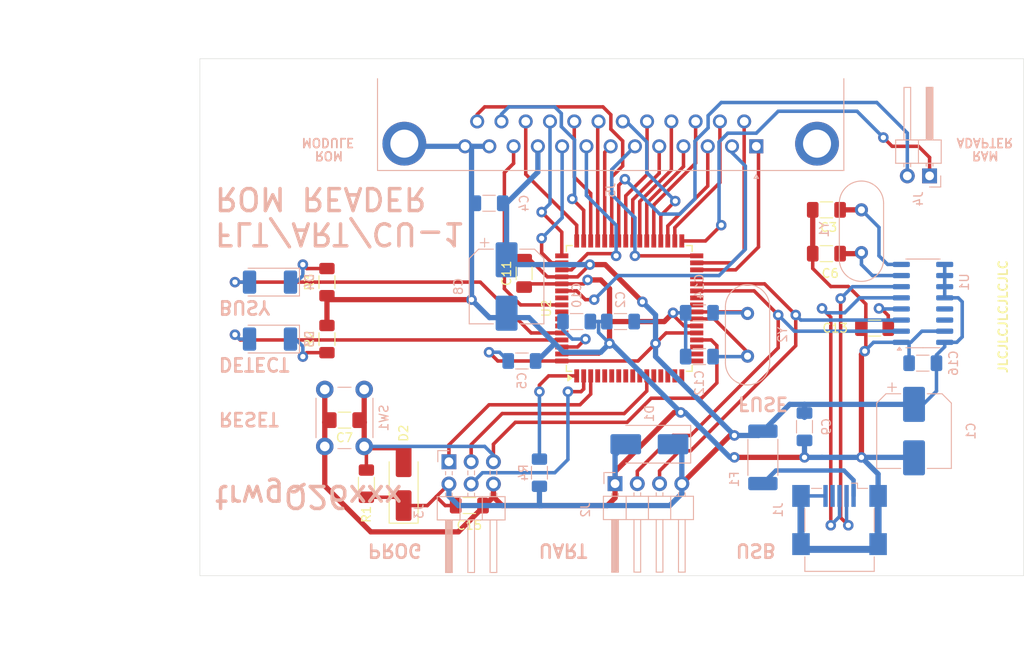
<source format=kicad_pcb>
(kicad_pcb (version 20240108) (generator "pcbnew") (generator_version "8.0")
  (layers (0 "F.Cu" signal) (31 "B.Cu" signal) (34 "B.Paste" user) (35 "F.Paste" user) (36 "B.SilkS" user "B.Silkscreen") (37 "F.SilkS" user "F.Silkscreen") (38 "B.Mask" user) (39 "F.Mask" user) (44 "Edge.Cuts" user))
  (net 0 "")
  (net 1 "Net-(U1-XO)")
  (net 2 "GND")
  (net 3 "CPU_RST")
  (net 4 "Net-(U1-XI)")
  (net 5 "+5V")
  (net 6 "AREF")
  (net 7 "Net-(U1-V3)")
  (net 8 "Net-(U2-XTAL2)")
  (net 9 "Net-(U2-XTAL1)")
  (net 10 "AS")
  (net 11 "/D4")
  (net 12 "/A9")
  (net 13 "/A11")
  (net 14 "/D3")
  (net 15 "/D0")
  (net 16 "/D1")
  (net 17 "/D7")
  (net 18 "/A10")
  (net 19 "#ROM_DET")
  (net 20 "/D5")
  (net 21 "/A14")
  (net 22 "#RD")
  (net 23 "B")
  (net 24 "/D6")
  (net 25 "/A13")
  (net 26 "/D2")
  (net 27 "B+C")
  (net 28 "/A8")
  (net 29 "#A")
  (net 30 "/A12")
  (net 31 "Net-(D4-A)")
  (net 32 "Net-(U2-~{PEN})")
  (net 33 "Net-(D3-K)")
  (net 34 "TXD")
  (net 35 "RXD")
  (net 39 "MISO")
  (net 46 "Net-(J1-VBUS)")
  (net 49 "Net-(D3-A)")
  (net 50 "MOSI")
  (net 55 "Net-(J1-D+)")
  (net 59 "Net-(D4-K)")
  (net 62 "SCK")
  (net 67 "Net-(J1-D-)")
  (net 69 "A15_RAM_ADAPTER")
  (net 70 "#WR")
  (net 71 "/A15")
  (footprint "Capacitor_SMD:C_1206_3216Metric_Pad1.33x1.80mm_HandSolder" (layer "F.Cu") (at 163.5 77.75 180)
    (property "Reference" "C3")
    (property "Value" "22p")
  )
  (footprint "Capacitor_SMD:C_1206_3216Metric_Pad1.33x1.80mm_HandSolder" (layer "F.Cu") (at 108.5 101.75 180)
    (property "Reference" "C7")
    (property "Value" "100n")
  )
  (footprint "MountingHole:MountingHole_3.2mm_M3_DIN965" (layer "F.Cu") (at 183 63.5)
    (property "Reference" "H3" (hide yes))
    (property "Value" "MH")
  )
  (footprint "MountingHole:MountingHole_3.2mm_M3_DIN965" (layer "F.Cu") (at 183 116.5)
    (property "Reference" "H2" (hide yes))
    (property "Value" "MH")
  )
  (footprint "Capacitor_SMD:C_1206_3216Metric_Pad1.33x1.80mm_HandSolder" (layer "F.Cu") (at 129 85 -90)
    (property "Reference" "C11")
    (property "Value" "100n")
  )
  (footprint "Diode_SMD:D_SMA_Handsoldering" (layer "F.Cu") (at 115.25 109 90)
    (property "Reference" "D2")
    (property "Value" "4148")
  )
  (footprint "MountingHole:MountingHole_3.2mm_M3_DIN965" (layer "F.Cu") (at 95 63.5)
    (property "Reference" "H1" (hide yes))
    (property "Value" "MH")
  )
  (footprint "Capacitor_SMD:C_1206_3216Metric_Pad1.33x1.80mm_HandSolder" (layer "F.Cu") (at 169 91.25 180)
    (property "Reference" "C13")
    (property "Value" "100n")
  )
  (footprint "Capacitor_SMD:C_1206_3216Metric_Pad1.33x1.80mm_HandSolder" (layer "F.Cu") (at 122.75 111.5)
    (property "Reference" "C15")
    (property "Value" "100n")
  )
  (footprint "Resistor_SMD:R_1206_3216Metric_Pad1.30x1.75mm_HandSolder" (layer "F.Cu") (at 106.5 86 90)
    (property "Reference" "R3")
    (property "Value" "1k5")
  )
  (footprint "Package_QFP:TQFP-64_14x14mm_P0.8mm" (layer "F.Cu") (at 141 89 90)
    (property "Reference" "U2")
    (property "Value" "ATmega128A-A")
  )
  (footprint "Resistor_SMD:R_1206_3216Metric_Pad1.30x1.75mm_HandSolder" (layer "F.Cu") (at 106.5 92.5 -90)
    (property "Reference" "R2")
    (property "Value" "1k5")
  )
  (footprint "Capacitor_SMD:C_1206_3216Metric_Pad1.33x1.80mm_HandSolder" (layer "F.Cu") (at 163.5 82.75 180)
    (property "Reference" "C6")
    (property "Value" "22p")
  )
  (footprint "Resistor_SMD:R_1206_3216Metric_Pad1.30x1.75mm_HandSolder" (layer "F.Cu") (at 111 109 -90)
    (property "Reference" "R1")
    (property "Value" "10k")
  )
  (footprint "MountingHole:MountingHole_3.2mm_M3_DIN965" (layer "F.Cu") (at 95 116.5)
    (property "Reference" "H4" (hide yes))
    (property "Value" "MH")
  )
  (footprint "LED_SMD:LED_2010_5025Metric_Pad1.52x2.65mm_HandSolder" (layer "B.Cu") (at 100 86 180)
    (property "Reference" "D4")
    (property "Value" "BUSY")
  )
  (footprint "Fuse:Fuse_2512_6332Metric_Pad1.52x3.35mm_HandSolder" (layer "B.Cu") (at 156.25 106 90)
    (property "Reference" "F1")
    (property "Value" "0.5A")
  )
  (footprint "Package_SO:SOIC-16_3.9x9.9mm_P1.27mm" (layer "B.Cu") (at 174.525 88.425)
    (property "Reference" "U1")
    (property "Value" "CH340G")
  )
  (footprint "Capacitor_SMD:C_1206_3216Metric_Pad1.33x1.80mm_HandSolder" (layer "B.Cu") (at 135 90.5)
    (property "Reference" "C10")
    (property "Value" "100n")
  )
  (footprint "Crystal:Crystal_HC49-4H_Vertical" (layer "B.Cu") (at 154.5 94.45 90)
    (property "Reference" "Y2")
    (property "Value" "7.3782MHz")
  )
  (footprint "Connector_Dsub:DSUB-25_Female_Horizontal_P2.77x2.84mm_EdgePinOffset4.94mm_Housed_MountingHolesOffset7.48mm" (layer "B.Cu") (at 155.5 70.5)
    (property "Reference" "J5")
    (property "Value" "ROM MODULE")
  )
  (footprint "Crystal:Crystal_HC49-4H_Vertical" (layer "B.Cu") (at 167.5 77.75 -90)
    (property "Reference" "Y1")
    (property "Value" "12MHz")
  )
  (footprint "Capacitor_SMD:CP_Elec_8x5.4" (layer "B.Cu") (at 127 86.5 -90)
    (property "Reference" "C8")
    (property "Value" "100u")
  )
  (footprint "Capacitor_SMD:C_1206_3216Metric_Pad1.33x1.80mm_HandSolder" (layer "B.Cu") (at 125 77 180)
    (property "Reference" "C4")
    (property "Value" "100n")
  )
  (footprint "Button_Switch_THT:SW_PUSH_6mm" (layer "B.Cu") (at 106.25 98.25 -90)
    (property "Reference" "SW1")
    (property "Value" "RST")
  )
  (footprint "Capacitor_SMD:C_1206_3216Metric_Pad1.33x1.80mm_HandSolder" (layer "B.Cu") (at 149 94.5 180)
    (property "Reference" "C12")
    (property "Value" "22p")
  )
  (footprint "Resistor_SMD:R_1206_3216Metric_Pad1.30x1.75mm_HandSolder" (layer "B.Cu") (at 130.75 107.75 -90)
    (property "Reference" "R4")
    (property "Value" "10k")
  )
  (footprint "Capacitor_SMD:C_1206_3216Metric_Pad1.33x1.80mm_HandSolder" (layer "B.Cu") (at 174.5 95.25 180)
    (property "Reference" "C16")
    (property "Value" "100n")
  )
  (footprint "Connector_USB:USB_Mini-B_Wuerth_65100516121_Horizontal" (layer "B.Cu") (at 165 113 180)
    (property "Reference" "J1")
    (property "Value" "USB_B_Mini")
  )
  (footprint "Capacitor_SMD:C_1206_3216Metric_Pad1.33x1.80mm_HandSolder" (layer "B.Cu") (at 149 89.5 180)
    (property "Reference" "C14")
    (property "Value" "22p")
  )
  (footprint "Capacitor_SMD:CP_Elec_8x5.4" (layer "B.Cu") (at 173.5 103 -90)
    (property "Reference" "C1")
    (property "Value" "100u")
  )
  (footprint "Capacitor_SMD:C_1206_3216Metric_Pad1.33x1.80mm_HandSolder" (layer "B.Cu") (at 161 102.5 -90)
    (property "Reference" "C9")
    (property "Value" "100n")
  )
  (footprint "Connector_PinHeader_2.54mm:PinHeader_1x04_P2.54mm_Horizontal" (layer "B.Cu") (at 139.38 109 -90)
    (property "Reference" "J2")
    (property "Value" "TTL_UART")
  )
  (footprint "Connector_PinHeader_2.54mm:PinHeader_2x03_P2.54mm_Horizontal" (layer "B.Cu") (at 120.42 106.5 -90)
    (property "Reference" "J3")
    (property "Value" "ISP")
  )
  (footprint "Capacitor_SMD:C_1206_3216Metric_Pad1.33x1.80mm_HandSolder" (layer "B.Cu") (at 128.75 95)
    (property "Reference" "C5")
    (property "Value" "100n")
  )
  (footprint "LED_SMD:LED_2010_5025Metric_Pad1.52x2.65mm_HandSolder" (layer "B.Cu") (at 100 92.5 180)
    (property "Reference" "D3")
    (property "Value" "DETECT")
  )
  (footprint "Connector_PinHeader_2.54mm:PinHeader_1x02_P2.54mm_Horizontal" (layer "B.Cu") (at 175.275 73.875 90)
    (property "Reference" "J4")
    (property "Value" "RAM ADAPTER EXT")
  )
  (footprint "Capacitor_SMD:C_1206_3216Metric_Pad1.33x1.80mm_HandSolder" (layer "B.Cu") (at 140 90.5 180)
    (property "Reference" "C2")
    (property "Value" "100n")
  )
  (footprint "Diode_SMD:D_SMB_Handsoldering" (layer "B.Cu") (at 143.3 104.5 180)
    (property "Reference" "D1")
    (property "Value" "Schottky")
  )
  (gr_line (start 92 119.5) (end 186 119.5) (stroke (width 0.05)) (layer "Edge.Cuts"))
  (gr_line (start 92 60.5) (end 92 119.5) (stroke (width 0.05)) (layer "Edge.Cuts"))
  (gr_line (start 186 60.5) (end 92 60.5) (stroke (width 0.05)) (layer "Edge.Cuts"))
  (gr_line (start 186 119.5) (end 186 60.5) (stroke (width 0.05)) (layer "Edge.Cuts"))
  (gr_text "trwgQ26xxx" (at 93.5 109 180) (layer "B.SilkS") (effects (font (size 2.5 2.5) (thickness 0.4)) (justify left bottom mirror)))
  (gr_text "PROG" (at 111 115.75 -180) (layer "B.SilkS") (effects (font (size 1.5 1.5) (thickness 0.3) (bold yes)) (justify left bottom mirror)))
  (gr_text "RESET" (at 94 100.75 -180) (layer "B.SilkS") (effects (font (size 1.5 1.5) (thickness 0.3) (bold yes)) (justify left bottom mirror)))
  (gr_text "DETECT" (at 94 94.5 -180) (layer "B.SilkS") (effects (font (size 1.5 1.5) (thickness 0.3) (bold yes)) (justify left bottom mirror)))
  (gr_text "ROM" (at 105 71 180) (layer "B.SilkS") (effects (font (size 1 1) (thickness 0.2) (bold yes)) (justify left bottom mirror)))
  (gr_text "UART" (at 130.5 115.75 -180) (layer "B.SilkS") (effects (font (size 1.5 1.5) (thickness 0.3) (bold yes)) (justify left bottom mirror)))
  (gr_text "FUSE" (at 153.25 99 180) (layer "B.SilkS") (effects (font (size 1.5 1.5) (thickness 0.3) (bold yes)) (justify left bottom mirror)))
  (gr_text "MODULE" (at 103.5 69.5 180) (layer "B.SilkS") (effects (font (size 1 1) (thickness 0.2) (bold yes)) (justify left bottom mirror)))
  (gr_text "USB" (at 153 115.75 -180) (layer "B.SilkS") (effects (font (size 1.5 1.5) (thickness 0.3) (bold yes)) (justify left bottom mirror)))
  (gr_text "BUSY" (at 94 88 -180) (layer "B.SilkS") (effects (font (size 1.5 1.5) (thickness 0.3) (bold yes)) (justify left bottom mirror)))
  (gr_text "FLT/ART/CU-1\nROM READER" (at 93.5 75 180) (layer "B.SilkS") (effects (font (size 2.5 2.5) (thickness 0.4)) (justify left bottom mirror)))
  (gr_text "ADAPTER" (at 178.25 69.5 180) (layer "B.SilkS") (effects (font (size 1 1) (thickness 0.2) (bold yes)) (justify left bottom mirror)))
  (gr_text "RAM" (at 180 71 180) (layer "B.SilkS") (effects (font (size 1 1) (thickness 0.2) (bold yes)) (justify left bottom mirror)))
  (gr_text "JLCJLCJLCJLCJLC" (at 184.25 96.5 90) (layer "F.SilkS") (effects (font (size 1 1) (thickness 0.2) (bold yes)) (justify left bottom)))
  (segment (start 165.0625 77.75) (end 167.5 77.75) (width 0.6) (layer "F.Cu") (net 1))
  (segment (start 169.5 79.75) (end 167.5 77.75) (width 0.4) (layer "B.Cu") (net 1))
  (segment (start 172.05 83.98) (end 170.48 83.98) (width 0.4) (layer "B.Cu") (net 1))
  (segment (start 170.48 83.98) (end 169.5 83) (width 0.4) (layer "B.Cu") (net 1))
  (segment (start 169.5 83) (end 169.5 79.75) (width 0.4) (layer "B.Cu") (net 1))
  (segment (start 138.5 111.5) (end 126.5 111.5) (width 0.6) (layer "F.Cu") (net 2))
  (segment (start 106.55 88) (end 106.5 87.95) (width 0.6) (layer "F.Cu") (net 2))
  (segment (start 145 90.5) (end 138.75 90.5) (width 0.6) (layer "F.Cu") (net 2))
  (segment (start 138.75 86.75) (end 138.75 90.5) (width 0.6) (layer "F.Cu") (net 2))
  (segment (start 167.875 93.875) (end 167.5 94.25) (width 0.6) (layer "F.Cu") (net 2))
  (segment (start 168 91.25) (end 168 88.5) (width 0.4) (layer "F.Cu") (net 2))
  (segment (start 146 89.5) (end 145 90.5) (width 0.6) (layer "F.Cu") (net 2))
  (segment (start 146 89.75) (end 146 89.5) (width 0.4) (layer "F.Cu") (net 2))
  (segment (start 147.25 91) (end 146 89.75) (width 0.4) (layer "F.Cu") (net 2))
  (segment (start 123 88) (end 106.55 88) (width 0.6) (layer "F.Cu") (net 2))
  (segment (start 111.5 114.5) (end 121.5 114.5) (width 0.6) (layer "F.Cu") (net 2))
  (segment (start 106.5 87.95) (end 106.5 87.55) (width 0.6) (layer "F.Cu") (net 2))
  (segment (start 164 86.5) (end 161.9375 84.4375) (width 0.4) (layer "F.Cu") (net 2))
  (segment (start 126.5 111.5) (end 125.5 110.5) (width 0.6) (layer "F.Cu") (net 2))
  (segment (start 106.5 87.55) (end 106.5 90.95) (width 0.6) (layer "F.Cu") (net 2))
  (segment (start 106.25 104.75) (end 106.25 109.25) (width 0.6) (layer "F.Cu") (net 2))
  (segment (start 121.5 114.5) (end 125.5 110.5) (width 0.6) (layer "F.Cu") (net 2))
  (segment (start 148.7 91) (end 147.25 91) (width 0.4) (layer "F.Cu") (net 2))
  (segment (start 106.25 102) (end 106.25 104.75) (width 0.6) (layer "F.Cu") (net 2))
  (segment (start 106.25 109.25) (end 111.5 114.5) (width 0.6) (layer "F.Cu") (net 2))
  (segment (start 138.75 93) (end 138.75 90.5) (width 0.6) (layer "F.Cu") (net 2))
  (segment (start 161.9375 84.4375) (end 161.9375 82.75) (width 0.4) (layer "F.Cu") (net 2))
  (segment (start 136.25 85.75) (end 135.8 86.2) (width 0.4) (layer "F.Cu") (net 2))
  (segment (start 135.8 86.2) (end 133.3 86.2) (width 0.4) (layer "F.Cu") (net 2))
  (segment (start 168 93.75) (end 168 90) (width 0.4) (layer "F.Cu") (net 2))
  (segment (start 153 106) (end 161 106) (width 0.6) (layer "F.Cu") (net 2))
  (segment (start 129.3625 86.2) (end 129 86.5625) (width 0.4) (layer "F.Cu") (net 2))
  (segment (start 166 86.5) (end 164 86.5) (width 0.4) (layer "F.Cu") (net 2))
  (segment (start 168 88.5) (end 166 86.5) (width 0.4) (layer "F.Cu") (net 2))
  (segment (start 137.75 85.75) (end 138.75 86.75) (width 0.6) (layer "F.Cu") (net 2))
  (segment (start 139.38 110.62) (end 138.5 111.5) (width 0.6) (layer "F.Cu") (net 2))
  (segment (start 106.25 98.25) (end 106.25 102) (width 0.6) (layer "F.Cu") (net 2))
  (segment (start 139.38 109) (end 139.38 110.62) (width 0.6) (layer "F.Cu") (net 2))
  (segment (start 136.25 85.75) (end 137.75 85.75) (width 0.6) (layer "F.Cu") (net 2))
  (segment (start 167.4375 91.25) (end 168 91.25) (width 0.4) (layer "F.Cu") (net 2))
  (segment (start 138.75 93) (end 137.55 94.2) (width 0.4) (layer "F.Cu") (net 2))
  (segment (start 167.875 93.875) (end 168 93.75) (width 0.4) (layer "F.Cu") (net 2))
  (segment (start 146.875 100.875) (end 146.125 100.875) (width 0.6) (layer "F.Cu") (net 2))
  (segment (start 125.5 110.5) (end 125.5 109.04) (width 0.6) (layer "F.Cu") (net 2))
  (segment (start 106.9375 101.75) (end 106.5 101.75) (width 0.6) (layer "F.Cu") (net 2))
  (segment (start 106.5 101.75) (end 106.25 102) (width 0.6) (layer "F.Cu") (net 2))
  (segment (start 133.3 86.2) (end 129.3625 86.2) (width 0.4) (layer "F.Cu") (net 2))
  (segment (start 161.9375 82.75) (end 161.9375 77.75) (width 0.6) (layer "F.Cu") (net 2))
  (segment (start 137.55 94.2) (end 133.3 94.2) (width 0.4) (layer "F.Cu") (net 2))
  (segment (start 167.5 94.25) (end 167.5 106) (width 0.6) (layer "F.Cu") (net 2))
  (segment (start 139.38 107.62) (end 139.38 109) (width 0.6) (layer "F.Cu") (net 2))
  (segment (start 146.125 100.875) (end 139.38 107.62) (width 0.6) (layer "F.Cu") (net 2))
  (via (at 161 106) (size 1.2) (drill 0.6) (layers "F.Cu" "B.Cu") (net 2))
  (via (at 136.25 85.75) (size 1.2) (drill 0.6) (layers "F.Cu" "B.Cu") (net 2))
  (via (at 138.75 93) (size 1.2) (drill 0.6) (layers "F.Cu" "B.Cu") (net 2))
  (via (at 146.875 100.875) (size 1.2) (drill 0.6) (layers "F.Cu" "B.Cu") (net 2))
  (via (at 146 89.5) (size 1.2) (drill 0.6) (layers "F.Cu" "B.Cu") (net 2))
  (via (at 167.875 93.875) (size 1.2) (drill 0.6) (layers "F.Cu" "B.Cu") (net 2))
  (via (at 123 88) (size 1.2) (drill 0.6) (layers "F.Cu" "B.Cu") (net 2))
  (via (at 167.5 106) (size 1.2) (drill 0.6) (layers "F.Cu" "B.Cu") (net 2))
  (via (at 153 106) (size 1.2) (drill 0.6) (layers "F.Cu" "B.Cu") (net 2))
  (segment (start 125.03 70.5) (end 122.26 70.5) (width 0.6) (layer "B.Cu") (net 2))
  (segment (start 138.75 93) (end 137.75 94) (width 0.6) (layer "B.Cu") (net 2))
  (segment (start 130.3125 95) (end 130.5 95) (width 0.6) (layer "B.Cu") (net 2))
  (segment (start 168.8 116.5) (end 169.4 115.9) (width 0.8) (layer "B.Cu") (net 2))
  (segment (start 122.26 70.5) (end 115.63 70.5) (width 0.6) (layer "B.Cu") (net 2))
  (segment (start 146.875 100.875) (end 147.375 100.875) (width 0.6) (layer "B.Cu") (net 2))
  (segment (start 169.4 115.9) (end 169.4 110.4) (width 0.8) (layer "B.Cu") (net 2))
  (segment (start 163.4 110.4) (end 160.6 110.4) (width 0.4) (layer "B.Cu") (net 2))
  (segment (start 123 70.5) (end 122.26 70.5) (width 0.6) (layer "B.Cu") (net 2))
  (segment (start 163 106) (end 167.5 106) (width 0.6) (layer "B.Cu") (net 2))
  (segment (start 125.03 70.5) (end 124.6875 70.8425) (width 0.6) (layer "B.Cu") (net 2))
  (segment (start 147.4375 89.5) (end 147.4375 94.5) (width 0.4) (layer "B.Cu") (net 2))
  (segment (start 172.9375 95.25) (end 172.9375 92.957499) (width 0.4) (layer "B.Cu") (net 2))
  (segment (start 136.25 85.75) (end 136.5 85.5) (width 0.4) (layer "B.Cu") (net 2))
  (segment (start 137.75 94) (end 133.5 94) (width 0.6) (layer "B.Cu") (net 2))
  (segment (start 139 93) (end 138.75 93) (width 0.6) (layer "B.Cu") (net 2))
  (segment (start 125.05 90.05) (end 123 88) (width 0.6) (layer "B.Cu") (net 2))
  (segment (start 133.5 94) (end 129.55 90.05) (width 0.6) (layer "B.Cu") (net 2))
  (segment (start 139.38 109) (end 139.38 105.72) (width 0.6) (layer "B.Cu") (net 2))
  (segment (start 161.2 116.5) (end 168.8 116.5) (width 0.8) (layer "B.Cu") (net 2))
  (segment (start 168.88 92.87) (end 172.05 92.87) (width 0.4) (layer "B.Cu") (net 2))
  (segment (start 161 104.5625) (end 161 106) (width 0.6) (layer "B.Cu") (net 2))
  (segment (start 160.6 115.9) (end 161.2 116.5) (width 0.8) (layer "B.Cu") (net 2))
  (segment (start 130.5 95) (end 132.5 93) (width 0.6) (layer "B.Cu") (net 2))
  (segment (start 169.4 110.4) (end 169.4 107.9) (width 0.6) (layer "B.Cu") (net 2))
  (segment (start 172.9375 92.957499) (end 173.024999 92.87) (width 0.4) (layer "B.Cu") (net 2))
  (segment (start 138.75 93) (end 137.5 91.75) (width 0.4) (layer "B.Cu") (net 2))
  (segment (start 138.4375 90.5) (end 137.5 90.5) (width 0.4) (layer "B.Cu") (net 2))
  (segment (start 174.4 91.6) (end 177 91.6) (width 0.4) (layer "B.Cu") (net 2))
  (segment (start 139.38 105.72) (end 140.6 104.5) (width 0.6) (layer "B.Cu") (net 2))
  (segment (start 147.375 100.875) (end 152.5 106) (width 0.6) (layer "B.Cu") (net 2))
  (segment (start 146.875 100.875) (end 139 93) (width 0.6) (layer "B.Cu") (net 2))
  (segment (start 123 88) (end 123 70.5) (width 0.6) (layer "B.Cu") (net 2))
  (segment (start 172.05 92.87) (end 173.024999 92.87) (width 0.4) (layer "B.Cu") (net 2))
  (segment (start 169.4 107.9) (end 167.5 106) (width 0.6) (layer "B.Cu") (net 2))
  (segment (start 167.875 93.875) (end 168.88 92.87) (width 0.4) (layer "B.Cu") (net 2))
  (segment (start 173.45 106) (end 167.5 106) (width 0.6) (layer "B.Cu") (net 2))
  (segment (start 115.63 70.5) (end 115.33 70.2) (width 0.6) (layer "B.Cu") (net 2))
  (segment (start 173.5 106.05) (end 173.45 106) (width 0.6) (layer "B.Cu") (net 2))
  (segment (start 160.6 115.9) (end 160.6 110.4) (width 0.8) (layer "B.Cu") (net 2))
  (segment (start 137.5 91.75) (end 137.5 90.5) (width 0.4) (layer "B.Cu") (net 2))
  (segment (start 129.55 90.05) (end 125.05 90.05) (width 0.6) (layer "B.Cu") (net 2))
  (segment (start 173.13 92.87) (end 174.4 91.6) (width 0.4) (layer "B.Cu") (net 2))
  (segment (start 173.024999 92.87) (end 173.13 92.87) (width 0.4) (layer "B.Cu") (net 2))
  (segment (start 137.5 90.5) (end 136.5625 90.5) (width 0.4) (layer "B.Cu") (net 2))
  (segment (start 147.4375 89.5) (end 146 89.5) (width 0.4) (layer "B.Cu") (net 2))
  (segment (start 161 106) (end 163 106) (width 0.6) (layer "B.Cu") (net 2))
  (segment (start 115.25 106.5) (end 115.25 105) (width 0.4) (layer "F.Cu") (net 3))
  (segment (start 110.75 104.75) (end 110.75 105.25) (width 0.4) (layer "F.Cu") (net 3))
  (segment (start 110.0625 101.75) (end 110.5 101.75) (width 0.6) (layer "F.Cu") (net 3))
  (segment (start 128 102) (end 125.5 104.5) (width 0.4) (layer "F.Cu") (net 3))
  (segment (start 143.5 99.25) (end 140.75 102) (width 0.4) (layer "F.Cu") (net 3))
  (segment (start 110.75 105.25) (end 111 105.5) (width 0.4) (layer "F.Cu") (net 3))
  (segment (start 125.5 104.5) (end 125.5 106.5) (width 0.4) (layer "F.Cu") (net 3))
  (segment (start 140.75 102) (end 128 102) (width 0.4) (layer "F.Cu") (net 3))
  (segment (start 151 97.5) (end 149.25 99.25) (width 0.4) (layer "F.Cu") (net 3))
  (segment (start 111.5 105) (end 111 105.5) (width 0.4) (layer "F.Cu") (net 3))
  (segment (start 110.5 101.75) (end 110.75 102) (width 0.6) (layer "F.Cu") (net 3))
  (segment (start 149.25 99.25) (end 143.5 99.25) (width 0.4) (layer "F.Cu") (net 3))
  (segment (start 110.75 98.25) (end 110.75 102) (width 0.6) (layer "F.Cu") (net 3))
  (segment (start 150.35 92.6) (end 151 93.25) (width 0.4) (layer "F.Cu") (net 3))
  (segment (start 111 105.5) (end 111 107.45) (width 0.4) (layer "F.Cu") (net 3))
  (segment (start 110.75 102) (end 110.75 104.75) (width 0.6) (layer "F.Cu") (net 3))
  (segment (start 115.25 105) (end 111.5 105) (width 0.4) (layer "F.Cu") (net 3))
  (segment (start 148.7 92.6) (end 150.35 92.6) (width 0.4) (layer "F.Cu") (net 3))
  (segment (start 151 93.25) (end 151 97.5) (width 0.4) (layer "F.Cu") (net 3))
  (segment (start 124.5 104.75) (end 110.75 104.75) (width 0.4) (layer "B.Cu") (net 3))
  (segment (start 125.5 106.5) (end 125.5 105.75) (width 0.4) (layer "B.Cu") (net 3))
  (segment (start 125.5 105.75) (end 124.5 104.75) (width 0.4) (layer "B.Cu") (net 3))
  (segment (start 165.0625 82.75) (end 167.38 82.75) (width 0.6) (layer "F.Cu") (net 4))
  (segment (start 167.38 82.75) (end 167.5 82.63) (width 0.6) (layer "F.Cu") (net 4))
  (segment (start 167.5 84) (end 167.5 82.63) (width 0.4) (layer "B.Cu") (net 4))
  (segment (start 168.75 85.25) (end 167.5 84) (width 0.4) (layer "B.Cu") (net 4))
  (segment (start 172.05 85.25) (end 168.75 85.25) (width 0.4) (layer "B.Cu") (net 4))
  (segment (start 142.5 88.25) (end 138.25 84) (width 0.6) (layer "F.Cu") (net 5))
  (segment (start 111 110.55) (end 114.3 110.55) (width 0.4) (layer "F.Cu") (net 5))
  (segment (start 118.98 110.48) (end 120.42 109.04) (width 0.4) (layer "F.Cu") (net 5))
  (segment (start 136.5 84) (end 135.1 85.4) (width 0.4) (layer "F.Cu") (net 5))
  (segment (start 121.1875 111.5) (end 120 111.5) (width 0.4) (layer "F.Cu") (net 5))
  (segment (start 120 111.5) (end 118.98 110.48) (width 0.4) (layer "F.Cu") (net 5))
  (segment (start 153 103.5) (end 152.5 103.5) (width 0.6) (layer "F.Cu") (net 5))
  (segment (start 152.5 103.5) (end 147 109) (width 0.6) (layer "F.Cu") (net 5))
  (segment (start 117.96 111.5) (end 118.98 110.48) (width 0.4) (layer "F.Cu") (net 5))
  (segment (start 133.3 85.4) (end 131.65 85.4) (width 0.4) (layer "F.Cu") (net 5))
  (segment (start 129.6875 83.4375) (end 129 83.4375) (width 0.4) (layer "F.Cu") (net 5))
  (segment (start 138.25 84) (end 136.5 84) (width 0.6) (layer "F.Cu") (net 5))
  (segment (start 131.65 85.4) (end 129.6875 83.4375) (width 0.4) (layer "F.Cu") (net 5))
  (segment (start 144 93) (end 145.2 91.8) (width 0.4) (layer "F.Cu") (net 5))
  (segment (start 114.3 110.55) (end 115.25 111.5) (width 0.4) (layer "F.Cu") (net 5))
  (segment (start 145.2 91.8) (end 148.7 91.8) (width 0.4) (layer "F.Cu") (net 5))
  (segment (start 142 95) (end 144 93) (width 0.4) (layer "F.Cu") (net 5))
  (segment (start 126 95) (end 133.3 95) (width 0.4) (layer "F.Cu") (net 5))
  (segment (start 135.1 85.4) (end 133.3 85.4) (width 0.4) (layer "F.Cu") (net 5))
  (segment (start 125 94) (end 126 95) (width 0.4) (layer "F.Cu") (net 5))
  (segment (start 115.25 111.5) (end 117.96 111.5) (width 0.4) (layer "F.Cu") (net 5))
  (segment (start 133.3 95) (end 142 95) (width 0.4) (layer "F.Cu") (net 5))
  (via (at 153 103.5) (size 1.2) (drill 0.6) (layers "F.Cu" "B.Cu") (net 5))
  (via (at 142.5 88.25) (size 1.2) (drill 0.6) (layers "F.Cu" "B.Cu") (net 5))
  (via (at 144 93) (size 1.2) (drill 0.6) (layers "F.Cu" "B.Cu") (net 5))
  (via (at 125 94) (size 1.2) (drill 0.6) (layers "F.Cu" "B.Cu") (net 5))
  (via (at 136.5 84) (size 1.2) (drill 0.6) (layers "F.Cu" "B.Cu") (net 5))
  (segment (start 125 94) (end 126.1875 94) (width 0.4) (layer "B.Cu") (net 5))
  (segment (start 136.5 84) (end 127 84) (width 0.6) (layer "B.Cu") (net 5))
  (segment (start 173.5 99.95) (end 161 99.95) (width 0.6) (layer "B.Cu") (net 5))
  (segment (start 147 109) (end 147 105.5) (width 0.6) (layer "B.Cu") (net 5))
  (segment (start 159.3125 99.95) (end 161 99.95) (width 0.6) (layer "B.Cu") (net 5))
  (segment (start 127 84) (end 127 77) (width 0.6) (layer "B.Cu") (net 5))
  (segment (start 147 105.5) (end 146 104.5) (width 0.6) (layer "B.Cu") (net 5))
  (segment (start 173.45 100) (end 173.5 99.95) (width 0.6) (layer "B.Cu") (net 5))
  (segment (start 130.75 109.3) (end 130.75 111.5) (width 0.6) (layer "B.Cu") (net 5))
  (segment (start 177 87.79) (end 178.54 87.79) (width 0.4) (layer "B.Cu") (net 5))
  (segment (start 144 93) (end 144 94.5) (width 0.6) (layer "B.Cu") (net 5))
  (segment (start 155.7625 103.5) (end 156.25 103.0125) (width 0.6) (layer "B.Cu") (net 5))
  (segment (start 127 77) (end 130.57 73.43) (width 0.6) (layer "B.Cu") (net 5))
  (segment (start 153 103.5) (end 155.7625 103.5) (width 0.6) (layer "B.Cu") (net 5))
  (segment (start 144 89.75) (end 144 90.5) (width 0.6) (layer "B.Cu") (net 5))
  (segment (start 176.0625 94.3125) (end 177 93.375) (width 0.4) (layer "B.Cu") (net 5))
  (segment (start 176.0625 95.25) (end 176.0625 94.3125) (width 0.4) (layer "B.Cu") (net 5))
  (segment (start 177 83.98) (end 177 85.25) (width 0.4) (layer "B.Cu") (net 5))
  (segment (start 177 85.25) (end 177 86.52) (width 0.4) (layer "B.Cu") (net 5))
  (segment (start 126.1875 94) (end 127.1875 95) (width 0.4) (layer "B.Cu") (net 5))
  (segment (start 147 109) (end 147 110.125) (width 0.6) (layer "B.Cu") (net 5))
  (segment (start 174.55 99.95) (end 176.0625 98.4375) (width 0.4) (layer "B.Cu") (net 5))
  (segment (start 176.0625 98.4375) (end 176.0625 95.25) (width 0.4) (layer "B.Cu") (net 5))
  (segment (start 144 90.5) (end 144 93) (width 0.6) (layer "B.Cu") (net 5))
  (segment (start 178.54 87.79) (end 179 88.25) (width 0.4) (layer "B.Cu") (net 5))
  (segment (start 177 86.52) (end 177 87.79) (width 0.4) (layer "B.Cu") (net 5))
  (segment (start 121.5 111.5) (end 120.42 110.42) (width 0.6) (layer "B.Cu") (net 5))
  (segment (start 179 88.25) (end 179 92.25) (width 0.4) (layer "B.Cu") (net 5))
  (segment (start 173.5 99.95) (end 174.55 99.95) (width 0.4) (layer "B.Cu") (net 5))
  (segment (start 147 110.125) (end 145.625 111.5) (width 0.6) (layer "B.Cu") (net 5))
  (segment (start 179 92.25) (end 178.38 92.87) (width 0.4) (layer "B.Cu") (net 5))
  (segment (start 131 111.5) (end 121.5 111.5) (width 0.6) (layer "B.Cu") (net 5))
  (segment (start 130.75 111.5) (end 131 111.5) (width 0.6) (layer "B.Cu") (net 5))
  (segment (start 161 101.4375) (end 161 99.95) (width 0.6) (layer "B.Cu") (net 5))
  (segment (start 130.57 73.43) (end 130.57 70.5) (width 0.6) (layer "B.Cu") (net 5))
  (segment (start 142.5 88.25) (end 144 89.75) (width 0.6) (layer "B.Cu") (net 5))
  (segment (start 142.75 90.5) (end 144 90.5) (width 0.4) (layer "B.Cu") (net 5))
  (segment (start 141.5625 90.5) (end 142.75 90.5) (width 0.4) (layer "B.Cu") (net 5))
  (segment (start 177 93.375) (end 177 92.87) (width 0.4) (layer "B.Cu") (net 5))
  (segment (start 145.625 111.5) (end 131 111.5) (width 0.6) (layer "B.Cu") (net 5))
  (segment (start 178.38 92.87) (end 177 92.87) (width 0.4) (layer "B.Cu") (net 5))
  (segment (start 156.25 103.0125) (end 159.3125 99.95) (width 0.6) (layer "B.Cu") (net 5))
  (segment (start 120.42 110.42) (end 120.42 109.04) (width 0.6) (layer "B.Cu") (net 5))
  (segment (start 144 94.5) (end 153 103.5) (width 0.6) (layer "B.Cu") (net 5))
  (segment (start 135.1 93.4) (end 136 92.5) (width 0.4) (layer "F.Cu") (net 6))
  (segment (start 133.3 93.4) (end 135.1 93.4) (width 0.4) (layer "F.Cu") (net 6))
  (via (at 136 92.5) (size 1.2) (drill 0.6) (layers "F.Cu" "B.Cu") (net 6))
  (segment (start 134.5 92.5) (end 136 92.5) (width 0.4) (layer "B.Cu") (net 6))
  (segment (start 133.4375 90.5) (end 133.4375 91.4375) (width 0.4) (layer "B.Cu") (net 6))
  (segment (start 133.4375 91.4375) (end 134.5 92.5) (width 0.4) (layer "B.Cu") (net 6))
  (segment (start 169.5 89) (end 169.75 89) (width 0.4) (layer "F.Cu") (net 7))
  (segment (start 169.75 89) (end 170.5625 89.8125) (width 0.4) (layer "F.Cu") (net 7))
  (segment (start 170.5625 89.8125) (end 170.5625 91.25) (width 0.4) (layer "F.Cu") (net 7))
  (via (at 169.5 89) (size 1.2) (drill 0.6) (layers "F.Cu" "B.Cu") (net 7))
  (segment (start 169.5 89) (end 169.56 89.06) (width 0.4) (layer "B.Cu") (net 7))
  (segment (start 169.56 89.06) (end 172.05 89.06) (width 0.4) (layer "B.Cu") (net 7))
  (segment (start 148.7 90.2) (end 150.7 90.2) (width 0.4) (layer "F.Cu") (net 8))
  (segment (start 150.7 90.2) (end 154.5 94) (width 0.4) (layer "F.Cu") (net 8))
  (segment (start 154.5 94) (end 154.5 94.45) (width 0.4) (layer "F.Cu") (net 8))
  (segment (start 154.45 94.5) (end 154.5 94.45) (width 0.4) (layer "B.Cu") (net 8))
  (segment (start 150.5625 94.5) (end 154.45 94.5) (width 0.4) (layer "B.Cu") (net 8))
  (segment (start 154.33 89.4) (end 154.5 89.57) (width 0.4) (layer "F.Cu") (net 9))
  (segment (start 148.7 89.4) (end 154.33 89.4) (width 0.4) (layer "F.Cu") (net 9))
  (segment (start 154.43 89.5) (end 154.5 89.57) (width 0.4) (layer "B.Cu") (net 9))
  (segment (start 150.5625 89.5) (end 154.43 89.5) (width 0.4) (layer "B.Cu") (net 9))
  (segment (start 138.9 68.542233) (end 140.25 69.892233) (width 0.4) (layer "F.Cu") (net 10))
  (segment (start 123.645 67.665331) (end 123.645 66.855) (width 0.4) (layer "F.Cu") (net 10))
  (segment (start 138 66) (end 138.9 66.9) (width 0.4) (layer "F.Cu") (net 10))
  (segment (start 123.645 66.855) (end 124.5 66) (width 0.4) (layer "F.Cu") (net 10))
  (segment (start 124.5 66) (end 138 66) (width 0.4) (layer "F.Cu") (net 10))
  (segment (start 139 74) (end 139 81.3) (width 0.4) (layer "F.Cu") (net 10))
  (segment (start 138.9 66.9) (end 138.9 68.542233) (width 0.4) (layer "F.Cu") (net 10))
  (segment (start 140.25 72.75) (end 139 74) (width 0.4) (layer "F.Cu") (net 10))
  (segment (start 140.25 69.892233) (end 140.25 72.75) (width 0.4) (layer "F.Cu") (net 10))
  (segment (start 135.8 81.3) (end 135.8 77.8) (width 0.4) (layer "F.Cu") (net 11))
  (segment (start 135.8 77.8) (end 134.5 76.5) (width 0.4) (layer "F.Cu") (net 11))
  (via (at 134.5 76.5) (size 1.2) (drill 0.6) (layers "F.Cu" "B.Cu") (net 11))
  (segment (start 127.25 66) (end 126.415 66.835) (width 0.4) (layer "B.Cu") (net 11))
  (segment (start 134.75 76.25) (end 134.75 69.75) (width 0.4) (layer "B.Cu") (net 11))
  (segment (start 134.5 76.5) (end 134.75 76.25) (width 0.4) (layer "B.Cu") (net 11))
  (segment (start 133.25 68.25) (end 133.25 66.75) (width 0.4) (layer "B.Cu") (net 11))
  (segment (start 132.5 66) (end 127.25 66) (width 0.4) (layer "B.Cu") (net 11))
  (segment (start 133.25 66.75) (end 132.5 66) (width 0.4) (layer "B.Cu") (net 11))
  (segment (start 134.75 69.75) (end 133.25 68.25) (width 0.4) (layer "B.Cu") (net 11))
  (segment (start 126.415 66.835) (end 126.415 67.665331) (width 0.4) (layer "B.Cu") (net 11))
  (segment (start 144.6 78.4) (end 144.6 81.3) (width 0.4) (layer "F.Cu") (net 12))
  (segment (start 146.25 76.75) (end 144.6 78.4) (width 0.4) (layer "F.Cu") (net 12))
  (via (at 146.25 76.75) (size 1.2) (drill 0.6) (layers "F.Cu" "B.Cu") (net 12))
  (segment (start 140.665331 67.665331) (end 140.265 67.665331) (width 0.4) (layer "B.Cu") (net 12))
  (segment (start 146.25 76.75) (end 143 73.5) (width 0.4) (layer "B.Cu") (net 12))
  (segment (start 143 70) (end 140.665331 67.665331) (width 0.4) (layer "B.Cu") (net 12))
  (segment (start 143 73.5) (end 143 70) (width 0.4) (layer "B.Cu") (net 12))
  (segment (start 147.19 72.81) (end 143 77) (width 0.4) (layer "F.Cu") (net 13))
  (segment (start 147.19 70.505331) (end 147.19 72.81) (width 0.4) (layer "F.Cu") (net 13))
  (segment (start 143 77) (end 143 81.3) (width 0.4) (layer "F.Cu") (net 13))
  (segment (start 135 79.5) (end 129.185 73.685) (width 0.4) (layer "F.Cu") (net 14))
  (segment (start 135 81.3) (end 135 79.5) (width 0.4) (layer "F.Cu") (net 14))
  (segment (start 129.185 73.685) (end 129.185 67.66) (width 0.4) (layer "F.Cu") (net 14))
  (segment (start 134.4 84.6) (end 133.3 84.6) (width 0.4) (layer "F.Cu") (net 15))
  (segment (start 139.25 82.75) (end 136.25 82.75) (width 0.4) (layer "F.Cu") (net 15))
  (segment (start 136.25 82.75) (end 134.4 84.6) (width 0.4) (layer "F.Cu") (net 15))
  (segment (start 139.5 83) (end 139.25 82.75) (width 0.4) (layer "F.Cu") (net 15))
  (via (at 139.5 83) (size 1.2) (drill 0.6) (layers "F.Cu" "B.Cu") (net 15))
  (segment (start 136.11 76.11) (end 136.11 70.5) (width 0.4) (layer "B.Cu") (net 15))
  (segment (start 139.5 79.5) (end 136.11 76.11) (width 0.4) (layer "B.Cu") (net 15))
  (segment (start 139.5 83) (end 139.5 79.5) (width 0.4) (layer "B.Cu") (net 15))
  (segment (start 132.15 83.8) (end 131 82.65) (width 0.4) (layer "F.Cu") (net 16))
  (segment (start 131 82.65) (end 131 81) (width 0.4) (layer "F.Cu") (net 16))
  (segment (start 133.3 83.8) (end 132.15 83.8) (width 0.4) (layer "F.Cu") (net 16))
  (via (at 131 81) (size 1.2) (drill 0.6) (layers "F.Cu" "B.Cu") (net 16))
  (segment (start 131 81) (end 133.34 78.66) (width 0.4) (layer "B.Cu") (net 16))
  (segment (start 133.34 78.66) (end 133.34 70.505331) (width 0.4) (layer "B.Cu") (net 16))
  (segment (start 138.2 81.3) (end 138.2 71.185331) (width 0.4) (layer "F.Cu") (net 17))
  (segment (start 138.2 71.185331) (end 138.88 70.505331) (width 0.4) (layer "F.Cu") (net 17))
  (segment (start 143.8 77.18995) (end 143.8 81.3) (width 0.4) (layer "F.Cu") (net 18))
  (segment (start 148.575 72.41495) (end 143.8 77.18995) (width 0.4) (layer "F.Cu") (net 18))
  (segment (start 148.575 67.665331) (end 148.575 72.41495) (width 0.4) (layer "F.Cu") (net 18))
  (segment (start 133.3 88.6) (end 128.6 88.6) (width 0.4) (layer "F.Cu") (net 19))
  (segment (start 128.6 88.6) (end 126.75 86.75) (width 0.4) (layer "F.Cu") (net 19))
  (segment (start 126.75 73.5) (end 127.8 72.45) (width 0.4) (layer "F.Cu") (net 19))
  (segment (start 127.8 72.45) (end 127.8 70.505331) (width 0.4) (layer "F.Cu") (net 19))
  (segment (start 126.75 86.75) (end 126.75 73.5) (width 0.4) (layer "F.Cu") (net 19))
  (segment (start 136.6 81.3) (end 136.6 75.88) (width 0.4) (layer "F.Cu") (net 20))
  (segment (start 134.725 74.005) (end 134.725 67.665331) (width 0.4) (layer "F.Cu") (net 20))
  (segment (start 136.6 75.88) (end 134.725 74.005) (width 0.4) (layer "F.Cu") (net 20))
  (segment (start 143.035 73.715) (end 143.035 67.665331) (width 0.4) (layer "F.Cu") (net 21))
  (segment (start 140.6 76.15) (end 143.035 73.715) (width 0.4) (layer "F.Cu") (net 21))
  (segment (start 140.6 81.3) (end 140.6 76.15) (width 0.4) (layer "F.Cu") (net 21))
  (segment (start 151.345 67.665331) (end 151.345 74.6349) (width 0.4) (layer "F.Cu") (net 22))
  (segment (start 151.345 74.6349) (end 146.2 79.7799) (width 0.4) (layer "F.Cu") (net 22))
  (segment (start 146.2 79.7799) (end 146.2 81.3) (width 0.4) (layer "F.Cu") (net 22))
  (segment (start 155.5 70.505331) (end 155.75 70.755331) (width 0.4) (layer "F.Cu") (net 23))
  (segment (start 155.75 82) (end 153.15 84.6) (width 0.4) (layer "F.Cu") (net 23))
  (segment (start 153.15 84.6) (end 148.7 84.6) (width 0.4) (layer "F.Cu") (net 23))
  (segment (start 155.75 70.755331) (end 155.75 82) (width 0.4) (layer "F.Cu") (net 23))
  (segment (start 137.4 81.3) (end 137.4 67.760331) (width 0.4) (layer "F.Cu") (net 24))
  (segment (start 137.4 67.760331) (end 137.495 67.665331) (width 0.4) (layer "F.Cu") (net 24))
  (segment (start 141.4 81.3) (end 141.4 76.6) (width 0.4) (layer "F.Cu") (net 25))
  (segment (start 144.42 73.58) (end 144.42 70.505331) (width 0.4) (layer "F.Cu") (net 25))
  (segment (start 141.4 76.6) (end 144.42 73.58) (width 0.4) (layer "F.Cu") (net 25))
  (segment (start 133.3 80.3) (end 131 78) (width 0.4) (layer "F.Cu") (net 26))
  (segment (start 133.3 83) (end 133.3 80.3) (width 0.4) (layer "F.Cu") (net 26))
  (via (at 131 78) (size 1.2) (drill 0.6) (layers "F.Cu" "B.Cu") (net 26))
  (segment (start 131.955 77.045) (end 131.955 67.665331) (width 0.4) (layer "B.Cu") (net 26))
  (segment (start 131 78) (end 131.955 77.045) (width 0.4) (layer "B.Cu") (net 26))
  (segment (start 148.7 83) (end 141.65 83) (width 0.4) (layer "F.Cu") (net 27))
  (via (at 141.65 83) (size 1.2) (drill 0.6) (layers "F.Cu" "B.Cu") (net 27))
  (segment (start 141.65 78.65) (end 139 76) (width 0.4) (layer "B.Cu") (net 27))
  (segment (start 141.649999 70.505331) (end 141.65 70.505331) (width 0.4) (layer "B.Cu") (net 27))
  (segment (start 139 73.15533) (end 141.649999 70.505331) (width 0.4) (layer "B.Cu") (net 27))
  (segment (start 141.65 83) (end 141.65 78.65) (width 0.4) (layer "B.Cu") (net 27))
  (segment (start 139 76) (end 139 73.15533) (width 0.4) (layer "B.Cu") (net 27))
  (segment (start 149.96 70.505331) (end 149.96 75.02995) (width 0.4) (layer "F.Cu") (net 28))
  (segment (start 145.4 79.58995) (end 145.4 81.3) (width 0.4) (layer "F.Cu") (net 28))
  (segment (start 149.96 75.02995) (end 145.4 79.58995) (width 0.4) (layer "F.Cu") (net 28))
  (segment (start 154.115 67.665331) (end 154.115 82.385) (width 0.4) (layer "F.Cu") (net 29))
  (segment (start 154.115 82.385) (end 152.7 83.8) (width 0.4) (layer "F.Cu") (net 29))
  (segment (start 152.7 83.8) (end 148.7 83.8) (width 0.4) (layer "F.Cu") (net 29))
  (segment (start 145.805 73.195) (end 142.2 76.8) (width 0.4) (layer "F.Cu") (net 30))
  (segment (start 145.805 67.665331) (end 145.805 73.195) (width 0.4) (layer "F.Cu") (net 30))
  (segment (start 142.2 76.8) (end 142.2 81.3) (width 0.4) (layer "F.Cu") (net 30))
  (segment (start 124 86) (end 129.8 91.8) (width 0.4) (layer "F.Cu") (net 31))
  (segment (start 96 86) (end 124 86) (width 0.4) (layer "F.Cu") (net 31))
  (segment (start 129.8 91.8) (end 133.3 91.8) (width 0.4) (layer "F.Cu") (net 31))
  (via (at 96 86) (size 1.2) (drill 0.6) (layers "F.Cu" "B.Cu") (net 31))
  (segment (start 96 86) (end 97.6625 86) (width 0.4) (layer "B.Cu") (net 31))
  (segment (start 130.75 98.5) (end 130.75 97.75) (width 0.4) (layer "F.Cu") (net 32))
  (segment (start 130.75 97.75) (end 131.8 96.7) (width 0.4) (layer "F.Cu") (net 32))
  (segment (start 131.8 96.7) (end 135 96.7) (width 0.4) (layer "F.Cu") (net 32))
  (via (at 130.75 98.5) (size 1.2) (drill 0.6) (layers "F.Cu" "B.Cu") (net 32))
  (segment (start 130.75 106.2) (end 130.75 98.5) (width 0.4) (layer "B.Cu") (net 32))
  (segment (start 106.5 94.05) (end 104.2 94.05) (width 0.4) (layer "F.Cu") (net 33))
  (segment (start 104.2 94.05) (end 103.75 94.5) (width 0.4) (layer "F.Cu") (net 33))
  (via (at 103.75 94.5) (size 1.2) (drill 0.6) (layers "F.Cu" "B.Cu") (net 33))
  (segment (start 103.75 93.33125) (end 103.75 94.5) (width 0.4) (layer "B.Cu") (net 33))
  (segment (start 102.3375 92.5) (end 102.91875 92.5) (width 0.4) (layer "B.Cu") (net 33))
  (segment (start 102.91875 92.5) (end 103.75 93.33125) (width 0.4) (layer "B.Cu") (net 33))
  (segment (start 146.75 105.25) (end 144.46 107.54) (width 0.4) (layer "F.Cu") (net 34))
  (segment (start 148 105.25) (end 146.75 105.25) (width 0.4) (layer "F.Cu") (net 34))
  (segment (start 156.45 86.2) (end 148.7 86.2) (width 0.4) (layer "F.Cu") (net 34))
  (segment (start 144.46 107.54) (end 144.46 109) (width 0.4) (layer "F.Cu") (net 34))
  (segment (start 160 93.25) (end 148 105.25) (width 0.4) (layer "F.Cu") (net 34))
  (segment (start 160 89.75) (end 160 93.25) (width 0.4) (layer "F.Cu") (net 34))
  (segment (start 160 89.75) (end 156.45 86.2) (width 0.4) (layer "F.Cu") (net 34))
  (via (at 160 89.75) (size 1.2) (drill 0.6) (layers "F.Cu" "B.Cu") (net 34))
  (segment (start 160 89.75) (end 160.58 90.33) (width 0.4) (layer "B.Cu") (net 34))
  (segment (start 160.58 90.33) (end 172.05 90.33) (width 0.4) (layer "B.Cu") (net 34))
  (segment (start 146 103.5) (end 141.92 107.58) (width 0.4) (layer "F.Cu") (net 35))
  (segment (start 155.25 87) (end 148.7 87) (width 0.4) (layer "F.Cu") (net 35))
  (segment (start 158 93.5) (end 148 103.5) (width 0.4) (layer "F.Cu") (net 35))
  (segment (start 158 89.75) (end 158 93.5) (width 0.4) (layer "F.Cu") (net 35))
  (segment (start 148 103.5) (end 146 103.5) (width 0.4) (layer "F.Cu") (net 35))
  (segment (start 141.92 107.58) (end 141.92 109) (width 0.4) (layer "F.Cu") (net 35))
  (segment (start 158 89.75) (end 155.25 87) (width 0.4) (layer "F.Cu") (net 35))
  (via (at 158 89.75) (size 1.2) (drill 0.6) (layers "F.Cu" "B.Cu") (net 35))
  (segment (start 158 89.75) (end 159.85 91.6) (width 0.4) (layer "B.Cu") (net 35))
  (segment (start 159.85 91.6) (end 172.05 91.6) (width 0.4) (layer "B.Cu") (net 35))
  (segment (start 135.375 100) (end 125 100) (width 0.4) (layer "F.Cu") (net 39))
  (segment (start 120.42 104.58) (end 120.42 106.5) (width 0.4) (layer "F.Cu") (net 39))
  (segment (start 125 100) (end 120.42 104.58) (width 0.4) (layer "F.Cu") (net 39))
  (segment (start 136.6 96.7) (end 136.6 98.775) (width 0.4) (layer "F.Cu") (net 39))
  (segment (start 136.6 98.775) (end 135.375 100) (width 0.4) (layer "F.Cu") (net 39))
  (segment (start 165.5 107.5) (end 157.7375 107.5) (width 0.5) (layer "B.Cu") (net 46))
  (segment (start 157.7375 107.5) (end 156.25 108.9875) (width 0.5) (layer "B.Cu") (net 46))
  (segment (start 166.6 110.4) (end 166.6 108.6) (width 0.5) (layer "B.Cu") (net 46))
  (segment (start 166.6 108.6) (end 165.5 107.5) (width 0.5) (layer "B.Cu") (net 46))
  (segment (start 96.6 92.6) (end 133.3 92.6) (width 0.4) (layer "F.Cu") (net 49))
  (segment (start 96 92) (end 96.6 92.6) (width 0.4) (layer "F.Cu") (net 49))
  (via (at 96 92) (size 1.2) (drill 0.6) (layers "F.Cu" "B.Cu") (net 49))
  (segment (start 96.5 92.5) (end 97.6625 92.5) (width 0.4) (layer "B.Cu") (net 49))
  (segment (start 96 92) (end 96.5 92.5) (width 0.4) (layer "B.Cu") (net 49))
  (segment (start 135.8 98.2) (end 135.8 96.7) (width 0.4) (layer "F.Cu") (net 50))
  (segment (start 135.5 98.5) (end 135.8 98.2) (width 0.4) (layer "F.Cu") (net 50))
  (segment (start 134 98.5) (end 135.5 98.5) (width 0.4) (layer "F.Cu") (net 50))
  (via (at 134 98.5) (size 1.2) (drill 0.6) (layers "F.Cu" "B.Cu") (net 50))
  (segment (start 132.5 107.75) (end 134 106.25) (width 0.4) (layer "B.Cu") (net 50))
  (segment (start 134 98.75) (end 133.75 98.75) (width 0.4) (layer "B.Cu") (net 50))
  (segment (start 134 106.25) (end 134 98.5) (width 0.4) (layer "B.Cu") (net 50))
  (segment (start 124.25 107.75) (end 132.5 107.75) (width 0.4) (layer "B.Cu") (net 50))
  (segment (start 122.96 109.04) (end 124.25 107.75) (width 0.4) (layer "B.Cu") (net 50))
  (segment (start 164 90) (end 163 89) (width 0.4) (layer "F.Cu") (net 55))
  (segment (start 164 113.75) (end 164 90) (width 0.4) (layer "F.Cu") (net 55))
  (via (at 164 113.75) (size 1.2) (drill 0.6) (layers "F.Cu" "B.Cu") (net 55))
  (via (at 163 89) (size 1.2) (drill 0.6) (layers "F.Cu" "B.Cu") (net 55))
  (segment (start 163.5 89.5) (end 165.582107 89.5) (width 0.4) (layer "B.Cu") (net 55))
  (segment (start 165 110.4) (end 165 112.75) (width 0.4) (layer "B.Cu") (net 55))
  (segment (start 163 89) (end 163.5 89.5) (width 0.4) (layer "B.Cu") (net 55))
  (segment (start 165 112.75) (end 164 113.75) (width 0.4) (layer "B.Cu") (net 55))
  (segment (start 165.582107 89.5) (end 167.292107 87.79) (width 0.4) (layer "B.Cu") (net 55))
  (segment (start 167.292107 87.79) (end 172.05 87.79) (width 0.4) (layer "B.Cu") (net 55))
  (segment (start 104.2 84.45) (end 103.75 84) (width 0.4) (layer "F.Cu") (net 59))
  (segment (start 106.5 84.45) (end 104.2 84.45) (width 0.4) (layer "F.Cu") (net 59))
  (via (at 103.75 84) (size 1.2) (drill 0.6) (layers "F.Cu" "B.Cu") (net 59))
  (segment (start 103 86) (end 103.75 85.25) (width 0.4) (layer "B.Cu") (net 59))
  (segment (start 103.75 85.25) (end 103.75 84) (width 0.4) (layer "B.Cu") (net 59))
  (segment (start 102.3375 86) (end 103 86) (width 0.4) (layer "B.Cu") (net 59))
  (segment (start 122.96 106.5) (end 122.96 104.54) (width 0.4) (layer "F.Cu") (net 62))
  (segment (start 126.5 101) (end 140.425 101) (width 0.4) (layer "F.Cu") (net 62))
  (segment (start 140.425 101) (end 143 98.425) (width 0.4) (layer "F.Cu") (net 62))
  (segment (start 143 98.425) (end 143 96.7) (width 0.4) (layer "F.Cu") (net 62))
  (segment (start 122.96 104.54) (end 126.5 101) (width 0.4) (layer "F.Cu") (net 62))
  (segment (start 166 113.75) (end 165.125 112.875) (width 0.4) (layer "F.Cu") (net 67))
  (segment (start 165.125 112.875) (end 165.125 87.875) (width 0.4) (layer "F.Cu") (net 67))
  (via (at 165.125 87.875) (size 1.2) (drill 0.6) (layers "F.Cu" "B.Cu") (net 67))
  (via (at 166 113.75) (size 1.2) (drill 0.6) (layers "F.Cu" "B.Cu") (net 67))
  (segment (start 165.8 110.4) (end 165.8 113.55) (width 0.4) (layer "B.Cu") (net 67))
  (segment (start 165.125 87.875) (end 166.48 86.52) (width 0.4) (layer "B.Cu") (net 67))
  (segment (start 166.48 86.52) (end 172.05 86.52) (width 0.4) (layer "B.Cu") (net 67))
  (segment (start 165.8 113.55) (end 166 113.75) (width 0.4) (layer "B.Cu") (net 67))
  (segment (start 139.8 74.95) (end 140.5 74.25) (width 0.4) (layer "F.Cu") (net 69))
  (segment (start 139.8 81.3) (end 139.8 74.95) (width 0.4) (layer "F.Cu") (net 69))
  (via (at 140.5 74.25) (size 1.2) (drill 0.6) (layers "F.Cu" "B.Cu") (net 69))
  (segment (start 148.5 69.901028) (end 150 68.401028) (width 0.4) (layer "B.Cu") (net 69))
  (segment (start 150 67) (end 151.5 65.5) (width 0.4) (layer "B.Cu") (net 69))
  (segment (start 144.485 78.235) (end 146.765 78.235) (width 0.4) (layer "B.Cu") (net 69))
  (segment (start 169.25 65.5) (end 172.735 68.985) (width 0.4) (layer "B.Cu") (net 69))
  (segment (start 150 68.401028) (end 150 67) (width 0.4) (layer "B.Cu") (net 69))
  (segment (start 146.765 78.235) (end 148.5 76.5) (width 0.4) (layer "B.Cu") (net 69))
  (segment (start 172.735 68.985) (end 172.735 73.875) (width 0.4) (layer "B.Cu") (net 69))
  (segment (start 140.5 74.25) (end 144.485 78.235) (width 0.4) (layer "B.Cu") (net 69))
  (segment (start 151.5 65.5) (end 169.25 65.5) (width 0.4) (layer "B.Cu") (net 69))
  (segment (start 148.5 76.5) (end 148.5 69.901028) (width 0.4) (layer "B.Cu") (net 69))
  (segment (start 149.7 81.3) (end 147 81.3) (width 0.4) (layer "F.Cu") (net 70))
  (segment (start 171 70.5) (end 174 70.5) (width 0.4) (layer "F.Cu") (net 70))
  (segment (start 170 69.5) (end 171 70.5) (width 0.4) (layer "F.Cu") (net 70))
  (segment (start 151.5 79.5) (end 149.7 81.3) (width 0.4) (layer "F.Cu") (net 70))
  (segment (start 175.275 71.775) (end 175.275 73.875) (width 0.4) (layer "F.Cu") (net 70))
  (segment (start 174 70.5) (end 175.275 71.775) (width 0.4) (layer "F.Cu") (net 70))
  (via (at 170 69.5) (size 1.2) (drill 0.6) (layers "F.Cu" "B.Cu") (net 70))
  (via (at 151.5 79.5) (size 1.2) (drill 0.6) (layers "F.Cu" "B.Cu") (net 70))
  (segment (start 151.25 70) (end 151.25 79.25) (width 0.4) (layer "B.Cu") (net 70))
  (segment (start 152.25 69) (end 151.25 70) (width 0.4) (layer "B.Cu") (net 70))
  (segment (start 155.5 69) (end 152.25 69) (width 0.4) (layer "B.Cu") (net 70))
  (segment (start 167 66.5) (end 158 66.5) (width 0.4) (layer "B.Cu") (net 70))
  (segment (start 170 69.5) (end 167 66.5) (width 0.4) (layer "B.Cu") (net 70))
  (segment (start 158 66.5) (end 155.5 69) (width 0.4) (layer "B.Cu") (net 70))
  (segment (start 151.25 79.25) (end 151.5 79.5) (width 0.4) (layer "B.Cu") (net 70))
  (segment (start 137 88) (end 136 88) (width 0.4) (layer "F.Cu") (net 71))
  (segment (start 135 87) (end 133.3 87) (width 0.4) (layer "F.Cu") (net 71))
  (segment (start 136 88) (end 135 87) (width 0.4) (layer "F.Cu") (net 71))
  (via (at 137 88) (size 1.2) (drill 0.6) (layers "F.Cu" "B.Cu") (net 71))
  (segment (start 137 88) (end 139.75 85.25) (width 0.4) (layer "B.Cu") (net 71))
  (segment (start 151.25 85.25) (end 154.25 82.25) (width 0.4) (layer "B.Cu") (net 71))
  (segment (start 154.25 72.75) (end 152.73 71.23) (width 0.4) (layer "B.Cu") (net 71))
  (segment (start 154.25 82.25) (end 154.25 72.75) (width 0.4) (layer "B.Cu") (net 71))
  (segment (start 139.75 85.25) (end 151.25 85.25) (width 0.4) (layer "B.Cu") (net 71))
  (segment (start 152.73 71.23) (end 152.73 70.505331) (width 0.4) (layer "B.Cu") (net 71))
)
</source>
